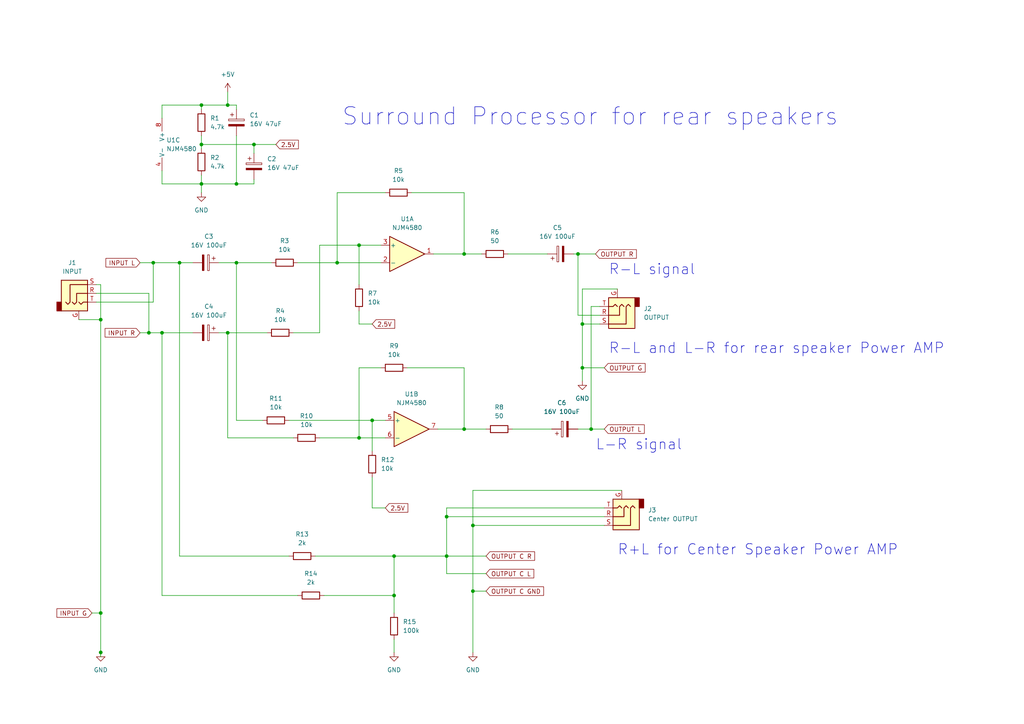
<source format=kicad_sch>
(kicad_sch (version 20230121) (generator eeschema)

  (uuid 6a4dcb89-9c03-4b73-bb0c-b40d5e54df50)

  (paper "A4")

  (lib_symbols
    (symbol "Amplifier_Operational:NJM4580" (pin_names (offset 0.127)) (in_bom yes) (on_board yes)
      (property "Reference" "U" (at 0 5.08 0)
        (effects (font (size 1.27 1.27)) (justify left))
      )
      (property "Value" "NJM4580" (at 0 -5.08 0)
        (effects (font (size 1.27 1.27)) (justify left))
      )
      (property "Footprint" "" (at 0 0 0)
        (effects (font (size 1.27 1.27)) hide)
      )
      (property "Datasheet" "http://www.njr.com/semicon/PDF/NJM4580_E.pdf" (at 0 0 0)
        (effects (font (size 1.27 1.27)) hide)
      )
      (property "ki_locked" "" (at 0 0 0)
        (effects (font (size 1.27 1.27)))
      )
      (property "ki_keywords" "dual opamp" (at 0 0 0)
        (effects (font (size 1.27 1.27)) hide)
      )
      (property "ki_description" "Dual Operational Amplifier, DIP-8/DMP-8/SIP-8/MSOP-8/SOP-8/SSOP-8" (at 0 0 0)
        (effects (font (size 1.27 1.27)) hide)
      )
      (property "ki_fp_filters" "SOIC*3.9x4.9mm*P1.27mm* DIP*W7.62mm* TO*99* OnSemi*Micro8* TSSOP*3x3mm*P0.65mm* TSSOP*4.4x3mm*P0.65mm* MSOP*3x3mm*P0.65mm* SSOP*3.9x4.9mm*P0.635mm* LFCSP*2x2mm*P0.5mm* *SIP* SOIC*5.3x6.2mm*P1.27mm*" (at 0 0 0)
        (effects (font (size 1.27 1.27)) hide)
      )
      (symbol "NJM4580_1_1"
        (polyline
          (pts
            (xy -5.08 5.08)
            (xy 5.08 0)
            (xy -5.08 -5.08)
            (xy -5.08 5.08)
          )
          (stroke (width 0.254) (type default))
          (fill (type background))
        )
        (pin output line (at 7.62 0 180) (length 2.54)
          (name "~" (effects (font (size 1.27 1.27))))
          (number "1" (effects (font (size 1.27 1.27))))
        )
        (pin input line (at -7.62 -2.54 0) (length 2.54)
          (name "-" (effects (font (size 1.27 1.27))))
          (number "2" (effects (font (size 1.27 1.27))))
        )
        (pin input line (at -7.62 2.54 0) (length 2.54)
          (name "+" (effects (font (size 1.27 1.27))))
          (number "3" (effects (font (size 1.27 1.27))))
        )
      )
      (symbol "NJM4580_2_1"
        (polyline
          (pts
            (xy -5.08 5.08)
            (xy 5.08 0)
            (xy -5.08 -5.08)
            (xy -5.08 5.08)
          )
          (stroke (width 0.254) (type default))
          (fill (type background))
        )
        (pin input line (at -7.62 2.54 0) (length 2.54)
          (name "+" (effects (font (size 1.27 1.27))))
          (number "5" (effects (font (size 1.27 1.27))))
        )
        (pin input line (at -7.62 -2.54 0) (length 2.54)
          (name "-" (effects (font (size 1.27 1.27))))
          (number "6" (effects (font (size 1.27 1.27))))
        )
        (pin output line (at 7.62 0 180) (length 2.54)
          (name "~" (effects (font (size 1.27 1.27))))
          (number "7" (effects (font (size 1.27 1.27))))
        )
      )
      (symbol "NJM4580_3_1"
        (pin power_in line (at -2.54 -7.62 90) (length 3.81)
          (name "V-" (effects (font (size 1.27 1.27))))
          (number "4" (effects (font (size 1.27 1.27))))
        )
        (pin power_in line (at -2.54 7.62 270) (length 3.81)
          (name "V+" (effects (font (size 1.27 1.27))))
          (number "8" (effects (font (size 1.27 1.27))))
        )
      )
    )
    (symbol "Connector_Audio:AudioJack3_Ground" (in_bom yes) (on_board yes)
      (property "Reference" "J" (at 0 8.89 0)
        (effects (font (size 1.27 1.27)))
      )
      (property "Value" "AudioJack3_Ground" (at 0 6.35 0)
        (effects (font (size 1.27 1.27)))
      )
      (property "Footprint" "" (at 0 0 0)
        (effects (font (size 1.27 1.27)) hide)
      )
      (property "Datasheet" "~" (at 0 0 0)
        (effects (font (size 1.27 1.27)) hide)
      )
      (property "ki_keywords" "audio jack receptacle stereo headphones phones TRS connector" (at 0 0 0)
        (effects (font (size 1.27 1.27)) hide)
      )
      (property "ki_description" "Audio Jack, 3 Poles (Stereo / TRS), Grounded Sleeve" (at 0 0 0)
        (effects (font (size 1.27 1.27)) hide)
      )
      (property "ki_fp_filters" "Jack*" (at 0 0 0)
        (effects (font (size 1.27 1.27)) hide)
      )
      (symbol "AudioJack3_Ground_0_1"
        (rectangle (start -5.08 -2.54) (end -6.35 -5.08)
          (stroke (width 0.254) (type default))
          (fill (type outline))
        )
        (polyline
          (pts
            (xy 0 -2.54)
            (xy 0.635 -3.175)
            (xy 1.27 -2.54)
            (xy 2.54 -2.54)
          )
          (stroke (width 0.254) (type default))
          (fill (type none))
        )
        (polyline
          (pts
            (xy -1.905 -2.54)
            (xy -1.27 -3.175)
            (xy -0.635 -2.54)
            (xy -0.635 0)
            (xy 2.54 0)
          )
          (stroke (width 0.254) (type default))
          (fill (type none))
        )
        (polyline
          (pts
            (xy 2.54 2.54)
            (xy -2.54 2.54)
            (xy -2.54 -2.54)
            (xy -3.175 -3.175)
            (xy -3.81 -2.54)
          )
          (stroke (width 0.254) (type default))
          (fill (type none))
        )
        (rectangle (start 2.54 3.81) (end -5.08 -5.08)
          (stroke (width 0.254) (type default))
          (fill (type background))
        )
      )
      (symbol "AudioJack3_Ground_1_1"
        (pin passive line (at 0 -7.62 90) (length 2.54)
          (name "~" (effects (font (size 1.27 1.27))))
          (number "G" (effects (font (size 1.27 1.27))))
        )
        (pin passive line (at 5.08 0 180) (length 2.54)
          (name "~" (effects (font (size 1.27 1.27))))
          (number "R" (effects (font (size 1.27 1.27))))
        )
        (pin passive line (at 5.08 2.54 180) (length 2.54)
          (name "~" (effects (font (size 1.27 1.27))))
          (number "S" (effects (font (size 1.27 1.27))))
        )
        (pin passive line (at 5.08 -2.54 180) (length 2.54)
          (name "~" (effects (font (size 1.27 1.27))))
          (number "T" (effects (font (size 1.27 1.27))))
        )
      )
    )
    (symbol "Device:C_Polarized" (pin_numbers hide) (pin_names (offset 0.254)) (in_bom yes) (on_board yes)
      (property "Reference" "C" (at 0.635 2.54 0)
        (effects (font (size 1.27 1.27)) (justify left))
      )
      (property "Value" "C_Polarized" (at 0.635 -2.54 0)
        (effects (font (size 1.27 1.27)) (justify left))
      )
      (property "Footprint" "" (at 0.9652 -3.81 0)
        (effects (font (size 1.27 1.27)) hide)
      )
      (property "Datasheet" "~" (at 0 0 0)
        (effects (font (size 1.27 1.27)) hide)
      )
      (property "ki_keywords" "cap capacitor" (at 0 0 0)
        (effects (font (size 1.27 1.27)) hide)
      )
      (property "ki_description" "Polarized capacitor" (at 0 0 0)
        (effects (font (size 1.27 1.27)) hide)
      )
      (property "ki_fp_filters" "CP_*" (at 0 0 0)
        (effects (font (size 1.27 1.27)) hide)
      )
      (symbol "C_Polarized_0_1"
        (rectangle (start -2.286 0.508) (end 2.286 1.016)
          (stroke (width 0) (type default))
          (fill (type none))
        )
        (polyline
          (pts
            (xy -1.778 2.286)
            (xy -0.762 2.286)
          )
          (stroke (width 0) (type default))
          (fill (type none))
        )
        (polyline
          (pts
            (xy -1.27 2.794)
            (xy -1.27 1.778)
          )
          (stroke (width 0) (type default))
          (fill (type none))
        )
        (rectangle (start 2.286 -0.508) (end -2.286 -1.016)
          (stroke (width 0) (type default))
          (fill (type outline))
        )
      )
      (symbol "C_Polarized_1_1"
        (pin passive line (at 0 3.81 270) (length 2.794)
          (name "~" (effects (font (size 1.27 1.27))))
          (number "1" (effects (font (size 1.27 1.27))))
        )
        (pin passive line (at 0 -3.81 90) (length 2.794)
          (name "~" (effects (font (size 1.27 1.27))))
          (number "2" (effects (font (size 1.27 1.27))))
        )
      )
    )
    (symbol "Device:R" (pin_numbers hide) (pin_names (offset 0)) (in_bom yes) (on_board yes)
      (property "Reference" "R" (at 2.032 0 90)
        (effects (font (size 1.27 1.27)))
      )
      (property "Value" "R" (at 0 0 90)
        (effects (font (size 1.27 1.27)))
      )
      (property "Footprint" "" (at -1.778 0 90)
        (effects (font (size 1.27 1.27)) hide)
      )
      (property "Datasheet" "~" (at 0 0 0)
        (effects (font (size 1.27 1.27)) hide)
      )
      (property "ki_keywords" "R res resistor" (at 0 0 0)
        (effects (font (size 1.27 1.27)) hide)
      )
      (property "ki_description" "Resistor" (at 0 0 0)
        (effects (font (size 1.27 1.27)) hide)
      )
      (property "ki_fp_filters" "R_*" (at 0 0 0)
        (effects (font (size 1.27 1.27)) hide)
      )
      (symbol "R_0_1"
        (rectangle (start -1.016 -2.54) (end 1.016 2.54)
          (stroke (width 0.254) (type default))
          (fill (type none))
        )
      )
      (symbol "R_1_1"
        (pin passive line (at 0 3.81 270) (length 1.27)
          (name "~" (effects (font (size 1.27 1.27))))
          (number "1" (effects (font (size 1.27 1.27))))
        )
        (pin passive line (at 0 -3.81 90) (length 1.27)
          (name "~" (effects (font (size 1.27 1.27))))
          (number "2" (effects (font (size 1.27 1.27))))
        )
      )
    )
    (symbol "power:+5V" (power) (pin_names (offset 0)) (in_bom yes) (on_board yes)
      (property "Reference" "#PWR" (at 0 -3.81 0)
        (effects (font (size 1.27 1.27)) hide)
      )
      (property "Value" "+5V" (at 0 3.556 0)
        (effects (font (size 1.27 1.27)))
      )
      (property "Footprint" "" (at 0 0 0)
        (effects (font (size 1.27 1.27)) hide)
      )
      (property "Datasheet" "" (at 0 0 0)
        (effects (font (size 1.27 1.27)) hide)
      )
      (property "ki_keywords" "global power" (at 0 0 0)
        (effects (font (size 1.27 1.27)) hide)
      )
      (property "ki_description" "Power symbol creates a global label with name \"+5V\"" (at 0 0 0)
        (effects (font (size 1.27 1.27)) hide)
      )
      (symbol "+5V_0_1"
        (polyline
          (pts
            (xy -0.762 1.27)
            (xy 0 2.54)
          )
          (stroke (width 0) (type default))
          (fill (type none))
        )
        (polyline
          (pts
            (xy 0 0)
            (xy 0 2.54)
          )
          (stroke (width 0) (type default))
          (fill (type none))
        )
        (polyline
          (pts
            (xy 0 2.54)
            (xy 0.762 1.27)
          )
          (stroke (width 0) (type default))
          (fill (type none))
        )
      )
      (symbol "+5V_1_1"
        (pin power_in line (at 0 0 90) (length 0) hide
          (name "+5V" (effects (font (size 1.27 1.27))))
          (number "1" (effects (font (size 1.27 1.27))))
        )
      )
    )
    (symbol "power:GND" (power) (pin_names (offset 0)) (in_bom yes) (on_board yes)
      (property "Reference" "#PWR" (at 0 -6.35 0)
        (effects (font (size 1.27 1.27)) hide)
      )
      (property "Value" "GND" (at 0 -3.81 0)
        (effects (font (size 1.27 1.27)))
      )
      (property "Footprint" "" (at 0 0 0)
        (effects (font (size 1.27 1.27)) hide)
      )
      (property "Datasheet" "" (at 0 0 0)
        (effects (font (size 1.27 1.27)) hide)
      )
      (property "ki_keywords" "global power" (at 0 0 0)
        (effects (font (size 1.27 1.27)) hide)
      )
      (property "ki_description" "Power symbol creates a global label with name \"GND\" , ground" (at 0 0 0)
        (effects (font (size 1.27 1.27)) hide)
      )
      (symbol "GND_0_1"
        (polyline
          (pts
            (xy 0 0)
            (xy 0 -1.27)
            (xy 1.27 -1.27)
            (xy 0 -2.54)
            (xy -1.27 -1.27)
            (xy 0 -1.27)
          )
          (stroke (width 0) (type default))
          (fill (type none))
        )
      )
      (symbol "GND_1_1"
        (pin power_in line (at 0 0 270) (length 0) hide
          (name "GND" (effects (font (size 1.27 1.27))))
          (number "1" (effects (font (size 1.27 1.27))))
        )
      )
    )
  )

  (junction (at 137.16 152.4) (diameter 0) (color 0 0 0 0)
    (uuid 048538d1-de9c-4fd6-8b78-3204d8399ce1)
  )
  (junction (at 114.3 172.72) (diameter 0) (color 0 0 0 0)
    (uuid 0bd480c4-4a24-4c77-9d93-d8055d4d987d)
  )
  (junction (at 44.45 76.2) (diameter 0) (color 0 0 0 0)
    (uuid 0c279044-a0dc-4d3a-89d0-f89129676c2b)
  )
  (junction (at 97.79 76.2) (diameter 0) (color 0 0 0 0)
    (uuid 170de87f-6b67-4f0c-ac20-bc3591a7bae5)
  )
  (junction (at 68.58 53.34) (diameter 0) (color 0 0 0 0)
    (uuid 1c14360c-6ab8-4671-8550-9ad9e72b9454)
  )
  (junction (at 29.21 177.8) (diameter 0) (color 0 0 0 0)
    (uuid 1ecd236e-bdd1-4efa-9a45-e679cefa0cef)
  )
  (junction (at 107.95 121.92) (diameter 0) (color 0 0 0 0)
    (uuid 39f71e62-b967-4dfd-ab43-59dd9661e31c)
  )
  (junction (at 29.21 92.71) (diameter 0) (color 0 0 0 0)
    (uuid 3dbcf3bb-9c0f-4637-9d56-b3789973a921)
  )
  (junction (at 29.21 189.23) (diameter 0) (color 0 0 0 0)
    (uuid 3df1809a-5ce9-41e4-bf0a-d9ac2d453598)
  )
  (junction (at 129.54 161.29) (diameter 0) (color 0 0 0 0)
    (uuid 491c619a-02e6-4239-b0e2-5b8a5526d933)
  )
  (junction (at 134.62 73.66) (diameter 0) (color 0 0 0 0)
    (uuid 4a145863-c11a-4559-b0df-796b4de03124)
  )
  (junction (at 43.18 96.52) (diameter 0) (color 0 0 0 0)
    (uuid 55619609-de6a-4b34-9bec-9bc1bc413539)
  )
  (junction (at 58.42 41.91) (diameter 0) (color 0 0 0 0)
    (uuid 56ca45f9-e1b3-42dc-ab5f-79e48f3267bd)
  )
  (junction (at 66.04 30.48) (diameter 0) (color 0 0 0 0)
    (uuid 5b397902-c27d-4a28-aef5-201f9f148636)
  )
  (junction (at 52.07 76.2) (diameter 0) (color 0 0 0 0)
    (uuid 61529901-09fc-4c65-b13e-bf1b2621079e)
  )
  (junction (at 66.04 96.52) (diameter 0) (color 0 0 0 0)
    (uuid 7d5ec13f-f16e-45e4-8154-b6477784c32d)
  )
  (junction (at 168.91 106.68) (diameter 0) (color 0 0 0 0)
    (uuid 8b562824-81be-4444-bf17-f22a2a324b19)
  )
  (junction (at 171.45 124.46) (diameter 0) (color 0 0 0 0)
    (uuid 95d0457e-c6a8-4215-b524-125d63756fbd)
  )
  (junction (at 114.3 161.29) (diameter 0) (color 0 0 0 0)
    (uuid a8f04fcf-bc73-466c-8a7e-c023318148a2)
  )
  (junction (at 168.91 93.98) (diameter 0) (color 0 0 0 0)
    (uuid ab34fe94-0b24-422f-bd32-758917feccae)
  )
  (junction (at 104.14 127) (diameter 0) (color 0 0 0 0)
    (uuid ae32fdd5-fe82-46bd-9f7a-54bafe582de8)
  )
  (junction (at 134.62 124.46) (diameter 0) (color 0 0 0 0)
    (uuid b0aa46d4-a133-4e52-9193-e823d389bdaa)
  )
  (junction (at 167.64 73.66) (diameter 0) (color 0 0 0 0)
    (uuid b80a8139-3918-4c7e-9e97-4ef93ec0ab81)
  )
  (junction (at 58.42 30.48) (diameter 0) (color 0 0 0 0)
    (uuid bff7f997-a26e-4e10-91ed-25ab573cfd36)
  )
  (junction (at 137.16 171.45) (diameter 0) (color 0 0 0 0)
    (uuid d66f81db-dd6c-43e4-a170-0c2a696a5006)
  )
  (junction (at 73.66 41.91) (diameter 0) (color 0 0 0 0)
    (uuid ea6a2075-d521-4635-ab58-758245f50760)
  )
  (junction (at 104.14 71.12) (diameter 0) (color 0 0 0 0)
    (uuid eb4c09b8-a5ab-4846-ba97-951522fc5a22)
  )
  (junction (at 129.54 149.86) (diameter 0) (color 0 0 0 0)
    (uuid f41ce25f-1886-488b-87ec-1e7bac1bc708)
  )
  (junction (at 46.99 96.52) (diameter 0) (color 0 0 0 0)
    (uuid f6d9e3cf-4e43-44b9-b666-1a72a936581d)
  )
  (junction (at 58.42 53.34) (diameter 0) (color 0 0 0 0)
    (uuid f7cc51b1-907b-429b-8529-638a90e6fc03)
  )
  (junction (at 68.58 76.2) (diameter 0) (color 0 0 0 0)
    (uuid fbcb7ae9-78ff-4a66-a867-4a6a609391b0)
  )

  (wire (pts (xy 129.54 149.86) (xy 129.54 147.32))
    (stroke (width 0) (type default))
    (uuid 004e13ce-79b1-418f-b399-a2e22aee1e38)
  )
  (wire (pts (xy 83.82 121.92) (xy 107.95 121.92))
    (stroke (width 0) (type default))
    (uuid 01680c98-98fa-4631-a779-83edd6b620e5)
  )
  (wire (pts (xy 58.42 31.75) (xy 58.42 30.48))
    (stroke (width 0) (type default))
    (uuid 09c7de98-a0c7-41c0-bde2-16e0a9f3bb34)
  )
  (wire (pts (xy 167.64 124.46) (xy 171.45 124.46))
    (stroke (width 0) (type default))
    (uuid 0c6869c5-7bbf-4d47-a963-c2a8494235fd)
  )
  (wire (pts (xy 93.98 172.72) (xy 114.3 172.72))
    (stroke (width 0) (type default))
    (uuid 1062709b-32f7-4a5a-b7b3-f7dde5c7e33f)
  )
  (wire (pts (xy 137.16 171.45) (xy 140.97 171.45))
    (stroke (width 0) (type default))
    (uuid 111f3afe-b16a-4b93-945c-1ec02a9714bd)
  )
  (wire (pts (xy 27.94 87.63) (xy 44.45 87.63))
    (stroke (width 0) (type default))
    (uuid 16737495-2f8d-44ef-bb6e-6756827c0822)
  )
  (wire (pts (xy 114.3 161.29) (xy 114.3 172.72))
    (stroke (width 0) (type default))
    (uuid 18fbf4aa-b254-47cf-85b8-576ec8fd6530)
  )
  (wire (pts (xy 68.58 76.2) (xy 78.74 76.2))
    (stroke (width 0) (type default))
    (uuid 196b97c1-e9e5-404b-843c-eeaddc673c60)
  )
  (wire (pts (xy 137.16 152.4) (xy 137.16 171.45))
    (stroke (width 0) (type default))
    (uuid 1a6431e9-462a-4811-bb7b-a152f76df8f5)
  )
  (wire (pts (xy 171.45 88.9) (xy 171.45 124.46))
    (stroke (width 0) (type default))
    (uuid 1aa219bc-6247-4bd1-a872-e0a6d855037a)
  )
  (wire (pts (xy 52.07 76.2) (xy 55.88 76.2))
    (stroke (width 0) (type default))
    (uuid 1b8b3d57-53ea-4df0-a5de-b50ad94fa3ba)
  )
  (wire (pts (xy 58.42 50.8) (xy 58.42 53.34))
    (stroke (width 0) (type default))
    (uuid 1b945496-87b2-4123-9f7a-4932f57d9948)
  )
  (wire (pts (xy 44.45 76.2) (xy 44.45 87.63))
    (stroke (width 0) (type default))
    (uuid 2032fcfd-e196-45a9-978d-d0a0f727e754)
  )
  (wire (pts (xy 43.18 96.52) (xy 46.99 96.52))
    (stroke (width 0) (type default))
    (uuid 209195cd-1ae7-4de4-a69a-66b231c330ff)
  )
  (wire (pts (xy 107.95 138.43) (xy 107.95 147.32))
    (stroke (width 0) (type default))
    (uuid 22ab1214-2cf3-4c7b-963e-200bbaa9a14f)
  )
  (wire (pts (xy 68.58 121.92) (xy 76.2 121.92))
    (stroke (width 0) (type default))
    (uuid 29992205-bff3-4776-a436-f9c01e2e1b7f)
  )
  (wire (pts (xy 104.14 106.68) (xy 104.14 127))
    (stroke (width 0) (type default))
    (uuid 2cbd485e-2ca0-4aa9-8f66-623f24e3e979)
  )
  (wire (pts (xy 104.14 106.68) (xy 110.49 106.68))
    (stroke (width 0) (type default))
    (uuid 2de385ae-a0a7-4d0e-a8a3-4e7f2e8b84ba)
  )
  (wire (pts (xy 111.76 55.88) (xy 97.79 55.88))
    (stroke (width 0) (type default))
    (uuid 2e3bd01b-53d6-4ff5-88ae-edb1f4d4dac8)
  )
  (wire (pts (xy 104.14 90.17) (xy 104.14 93.98))
    (stroke (width 0) (type default))
    (uuid 31c176f5-1697-45ff-9beb-72db01d0aec7)
  )
  (wire (pts (xy 127 124.46) (xy 134.62 124.46))
    (stroke (width 0) (type default))
    (uuid 377805ac-e4c6-4e10-9094-27b794ed52bc)
  )
  (wire (pts (xy 46.99 96.52) (xy 46.99 172.72))
    (stroke (width 0) (type default))
    (uuid 40da5243-e971-491d-8a76-dc5deafcc90f)
  )
  (wire (pts (xy 68.58 76.2) (xy 68.58 121.92))
    (stroke (width 0) (type default))
    (uuid 42413358-9836-4d00-97ad-11153839866b)
  )
  (wire (pts (xy 58.42 53.34) (xy 58.42 55.88))
    (stroke (width 0) (type default))
    (uuid 4658cdb9-ac12-493c-b7d1-37bf50b79449)
  )
  (wire (pts (xy 58.42 53.34) (xy 46.99 53.34))
    (stroke (width 0) (type default))
    (uuid 47d87f1a-42c3-4784-9304-e5b783e9667f)
  )
  (wire (pts (xy 29.21 92.71) (xy 29.21 177.8))
    (stroke (width 0) (type default))
    (uuid 4d3fa627-b10c-4b3f-b7f2-033dacc5c42a)
  )
  (wire (pts (xy 66.04 127) (xy 85.09 127))
    (stroke (width 0) (type default))
    (uuid 4da7b9fb-91c3-486c-bf32-6457441aee31)
  )
  (wire (pts (xy 29.21 82.55) (xy 29.21 92.71))
    (stroke (width 0) (type default))
    (uuid 5075bc4f-643c-4a48-aead-cbf871c7982f)
  )
  (wire (pts (xy 46.99 172.72) (xy 86.36 172.72))
    (stroke (width 0) (type default))
    (uuid 50a1e997-3c45-4c45-ae9c-d48c5c87e4e3)
  )
  (wire (pts (xy 171.45 124.46) (xy 175.26 124.46))
    (stroke (width 0) (type default))
    (uuid 50c2695f-4959-4dd9-af3e-4bf82b37d605)
  )
  (wire (pts (xy 104.14 127) (xy 111.76 127))
    (stroke (width 0) (type default))
    (uuid 50d79515-1e1e-4587-8f8e-97f8c4e75a1e)
  )
  (wire (pts (xy 107.95 121.92) (xy 111.76 121.92))
    (stroke (width 0) (type default))
    (uuid 5183c234-8e4b-498c-9df2-1805b5e1473d)
  )
  (wire (pts (xy 68.58 31.75) (xy 68.58 30.48))
    (stroke (width 0) (type default))
    (uuid 5336b9f2-5d43-4620-897c-612da07a43c7)
  )
  (wire (pts (xy 46.99 30.48) (xy 46.99 34.29))
    (stroke (width 0) (type default))
    (uuid 538c14f6-f9db-4178-b6dd-f32e377bb8e7)
  )
  (wire (pts (xy 180.34 142.24) (xy 137.16 142.24))
    (stroke (width 0) (type default))
    (uuid 57b6ab34-506f-4ddc-89d9-f5c5fe37fe2a)
  )
  (wire (pts (xy 118.11 106.68) (xy 134.62 106.68))
    (stroke (width 0) (type default))
    (uuid 5a23fc3e-13fb-4516-b47d-b5f190b1ec10)
  )
  (wire (pts (xy 114.3 172.72) (xy 114.3 177.8))
    (stroke (width 0) (type default))
    (uuid 5d6e10bd-6972-4cb5-8e74-da89b0c33ee4)
  )
  (wire (pts (xy 92.71 71.12) (xy 104.14 71.12))
    (stroke (width 0) (type default))
    (uuid 5de7fe78-aba8-463b-a8ed-e4556e67e1a0)
  )
  (wire (pts (xy 167.64 73.66) (xy 172.72 73.66))
    (stroke (width 0) (type default))
    (uuid 5efe48c3-b4d8-40f6-941c-24ac234a6c85)
  )
  (wire (pts (xy 26.67 177.8) (xy 29.21 177.8))
    (stroke (width 0) (type default))
    (uuid 60b82ead-6ae8-4570-9d4d-4369b365c9f9)
  )
  (wire (pts (xy 58.42 41.91) (xy 73.66 41.91))
    (stroke (width 0) (type default))
    (uuid 62a52b6d-1890-459c-89a4-fc527412ffeb)
  )
  (wire (pts (xy 66.04 26.67) (xy 66.04 30.48))
    (stroke (width 0) (type default))
    (uuid 63052e79-f9dd-4364-844a-aebeb4ccfb91)
  )
  (wire (pts (xy 63.5 96.52) (xy 66.04 96.52))
    (stroke (width 0) (type default))
    (uuid 63258752-fe05-46be-ab15-f56fb09e9a6a)
  )
  (wire (pts (xy 107.95 130.81) (xy 107.95 121.92))
    (stroke (width 0) (type default))
    (uuid 638c5e7e-7f02-4604-bf75-b3af0cc978c2)
  )
  (wire (pts (xy 134.62 124.46) (xy 140.97 124.46))
    (stroke (width 0) (type default))
    (uuid 63a4695e-e0c8-4c64-8a23-dd4b31ae7ca6)
  )
  (wire (pts (xy 97.79 76.2) (xy 110.49 76.2))
    (stroke (width 0) (type default))
    (uuid 657452ae-969f-40f5-b2f7-29672249316d)
  )
  (wire (pts (xy 147.32 73.66) (xy 158.75 73.66))
    (stroke (width 0) (type default))
    (uuid 694bb584-0e9f-4a02-ad0d-a6a0936a83c1)
  )
  (wire (pts (xy 104.14 93.98) (xy 107.95 93.98))
    (stroke (width 0) (type default))
    (uuid 6beb699b-88d3-42fa-8c76-ce3253da1313)
  )
  (wire (pts (xy 27.94 85.09) (xy 43.18 85.09))
    (stroke (width 0) (type default))
    (uuid 6d0b2185-7735-49d2-94b2-b1662cd072c0)
  )
  (wire (pts (xy 129.54 149.86) (xy 129.54 161.29))
    (stroke (width 0) (type default))
    (uuid 6d4f9059-863c-46ea-b30c-540f4ea086a6)
  )
  (wire (pts (xy 29.21 190.5) (xy 29.21 189.23))
    (stroke (width 0) (type default))
    (uuid 6fe03abb-a914-41db-b74e-d586ea579c08)
  )
  (wire (pts (xy 137.16 152.4) (xy 175.26 152.4))
    (stroke (width 0) (type default))
    (uuid 727a86d1-2c4c-4647-89a9-0b71d7b259a3)
  )
  (wire (pts (xy 58.42 30.48) (xy 66.04 30.48))
    (stroke (width 0) (type default))
    (uuid 77841ce8-67ff-4150-b2c4-c67f6c0ef308)
  )
  (wire (pts (xy 168.91 93.98) (xy 168.91 106.68))
    (stroke (width 0) (type default))
    (uuid 79039bf0-c7e5-41fa-b608-06e829575712)
  )
  (wire (pts (xy 134.62 73.66) (xy 139.7 73.66))
    (stroke (width 0) (type default))
    (uuid 7af35cfe-d9c1-4332-8f62-150b2026497a)
  )
  (wire (pts (xy 129.54 161.29) (xy 129.54 166.37))
    (stroke (width 0) (type default))
    (uuid 7d08b3d5-8d01-403d-a58b-da916f31574f)
  )
  (wire (pts (xy 137.16 142.24) (xy 137.16 152.4))
    (stroke (width 0) (type default))
    (uuid 7d970daf-8cbf-419e-a460-090e8051a57a)
  )
  (wire (pts (xy 114.3 161.29) (xy 129.54 161.29))
    (stroke (width 0) (type default))
    (uuid 7f6db099-7fc1-4702-b1c5-8e2a73bfdae0)
  )
  (wire (pts (xy 137.16 171.45) (xy 137.16 189.23))
    (stroke (width 0) (type default))
    (uuid 8adb8248-5c35-472c-87eb-6cc7203877a6)
  )
  (wire (pts (xy 66.04 96.52) (xy 66.04 127))
    (stroke (width 0) (type default))
    (uuid 8b34f6ae-4be0-4691-ada8-069b15902929)
  )
  (wire (pts (xy 129.54 149.86) (xy 175.26 149.86))
    (stroke (width 0) (type default))
    (uuid 8c425989-25c6-4d4f-b055-204589fb9945)
  )
  (wire (pts (xy 58.42 41.91) (xy 58.42 43.18))
    (stroke (width 0) (type default))
    (uuid 8ce57997-b37e-42ac-8020-e7d57e5ba99c)
  )
  (wire (pts (xy 114.3 185.42) (xy 114.3 189.23))
    (stroke (width 0) (type default))
    (uuid 8fc40915-fdd0-470b-ae37-0b58ec9c7e7c)
  )
  (wire (pts (xy 86.36 76.2) (xy 97.79 76.2))
    (stroke (width 0) (type default))
    (uuid 916c9557-b944-4ab4-9b7b-c39b4a3e5d3a)
  )
  (wire (pts (xy 22.86 92.71) (xy 29.21 92.71))
    (stroke (width 0) (type default))
    (uuid 948f9dea-4f22-4225-a978-bc665f874f81)
  )
  (wire (pts (xy 173.99 91.44) (xy 167.64 91.44))
    (stroke (width 0) (type default))
    (uuid 98c5c115-c0a3-4ae8-b53b-5035480615cc)
  )
  (wire (pts (xy 179.07 83.82) (xy 168.91 83.82))
    (stroke (width 0) (type default))
    (uuid 99f00c9a-d7c4-44fd-b2eb-4ad03fdca8d7)
  )
  (wire (pts (xy 58.42 53.34) (xy 68.58 53.34))
    (stroke (width 0) (type default))
    (uuid 9dca1933-ca62-4026-8b35-c7fa9b002875)
  )
  (wire (pts (xy 125.73 73.66) (xy 134.62 73.66))
    (stroke (width 0) (type default))
    (uuid a01335b6-bbee-4ecb-9b36-2e733245a606)
  )
  (wire (pts (xy 29.21 177.8) (xy 29.21 189.23))
    (stroke (width 0) (type default))
    (uuid a25655a2-c74d-467a-adc3-ae4d6d2937b8)
  )
  (wire (pts (xy 58.42 30.48) (xy 46.99 30.48))
    (stroke (width 0) (type default))
    (uuid a4baea03-ca38-4dee-8143-c43c9bdf4997)
  )
  (wire (pts (xy 173.99 93.98) (xy 168.91 93.98))
    (stroke (width 0) (type default))
    (uuid a4e88723-c7e1-40e3-9bee-cb71a3fce624)
  )
  (wire (pts (xy 63.5 76.2) (xy 68.58 76.2))
    (stroke (width 0) (type default))
    (uuid a781883b-8480-4a6a-8eb7-d94c4d038e4e)
  )
  (wire (pts (xy 168.91 106.68) (xy 168.91 110.49))
    (stroke (width 0) (type default))
    (uuid aa534507-ab5f-434b-87e3-033dd2596487)
  )
  (wire (pts (xy 148.59 124.46) (xy 160.02 124.46))
    (stroke (width 0) (type default))
    (uuid ab605c7c-470b-4366-b72f-f7c0d3c46203)
  )
  (wire (pts (xy 40.64 76.2) (xy 44.45 76.2))
    (stroke (width 0) (type default))
    (uuid adb04c91-d4de-4b44-8bca-ef777238694e)
  )
  (wire (pts (xy 73.66 41.91) (xy 80.01 41.91))
    (stroke (width 0) (type default))
    (uuid ae530fe0-01f2-4cf5-81b1-b6d84f30de1b)
  )
  (wire (pts (xy 91.44 161.29) (xy 114.3 161.29))
    (stroke (width 0) (type default))
    (uuid b27ce5c2-6d11-41a1-9d3e-87f864a61814)
  )
  (wire (pts (xy 52.07 76.2) (xy 52.07 161.29))
    (stroke (width 0) (type default))
    (uuid b3f7be8a-9e9e-4b62-9308-347373889cf5)
  )
  (wire (pts (xy 68.58 53.34) (xy 73.66 53.34))
    (stroke (width 0) (type default))
    (uuid b82c32e0-17c1-44ea-ac31-4e1495f912e1)
  )
  (wire (pts (xy 68.58 30.48) (xy 66.04 30.48))
    (stroke (width 0) (type default))
    (uuid b875dd4b-e8b1-4b92-ad58-d31b6fcfb507)
  )
  (wire (pts (xy 129.54 161.29) (xy 140.97 161.29))
    (stroke (width 0) (type default))
    (uuid ba8b4a61-c2f8-47b1-bb76-79ba9980901c)
  )
  (wire (pts (xy 173.99 88.9) (xy 171.45 88.9))
    (stroke (width 0) (type default))
    (uuid be94e23f-73b5-4e12-90dc-f276bb8351fe)
  )
  (wire (pts (xy 73.66 52.07) (xy 73.66 53.34))
    (stroke (width 0) (type default))
    (uuid c2d9c404-714c-4603-aa73-fc7eb5b8550d)
  )
  (wire (pts (xy 104.14 71.12) (xy 110.49 71.12))
    (stroke (width 0) (type default))
    (uuid c52cb013-c647-44ab-aa08-eeea2afda03d)
  )
  (wire (pts (xy 129.54 147.32) (xy 175.26 147.32))
    (stroke (width 0) (type default))
    (uuid c65b51ba-3b69-4315-aeb7-204a6f5f1b45)
  )
  (wire (pts (xy 40.64 96.52) (xy 43.18 96.52))
    (stroke (width 0) (type default))
    (uuid c8b30446-8c1e-4df1-a599-5ba8c14709c9)
  )
  (wire (pts (xy 92.71 127) (xy 104.14 127))
    (stroke (width 0) (type default))
    (uuid cca59345-db1c-4556-9581-9ac0d97ad315)
  )
  (wire (pts (xy 119.38 55.88) (xy 134.62 55.88))
    (stroke (width 0) (type default))
    (uuid cd10de90-c7cb-4f87-beb5-21b415f7521d)
  )
  (wire (pts (xy 52.07 161.29) (xy 83.82 161.29))
    (stroke (width 0) (type default))
    (uuid cf9a65cf-8395-485c-bd1d-ca28e6927c46)
  )
  (wire (pts (xy 168.91 106.68) (xy 175.26 106.68))
    (stroke (width 0) (type default))
    (uuid d07ddce7-805e-4695-b6cc-9fb5822b78bd)
  )
  (wire (pts (xy 58.42 39.37) (xy 58.42 41.91))
    (stroke (width 0) (type default))
    (uuid d1081b5f-db38-4b23-acf4-570d93b79c1c)
  )
  (wire (pts (xy 43.18 85.09) (xy 43.18 96.52))
    (stroke (width 0) (type default))
    (uuid d3113d50-22c1-49cd-83d6-e8bb4347c862)
  )
  (wire (pts (xy 68.58 39.37) (xy 68.58 53.34))
    (stroke (width 0) (type default))
    (uuid d386370e-0e67-4bf7-89cb-9124866b97ea)
  )
  (wire (pts (xy 168.91 83.82) (xy 168.91 93.98))
    (stroke (width 0) (type default))
    (uuid d50adb58-6849-4b67-b6c5-d487766cb4ff)
  )
  (wire (pts (xy 134.62 106.68) (xy 134.62 124.46))
    (stroke (width 0) (type default))
    (uuid d64a09ff-fdd4-426a-9e80-454043896c61)
  )
  (wire (pts (xy 46.99 49.53) (xy 46.99 53.34))
    (stroke (width 0) (type default))
    (uuid dbbf653a-63ef-408d-9cdb-c416b950bcc5)
  )
  (wire (pts (xy 27.94 82.55) (xy 29.21 82.55))
    (stroke (width 0) (type default))
    (uuid dc07ce0b-13c9-4485-8c4b-cd6267a624cd)
  )
  (wire (pts (xy 66.04 96.52) (xy 77.47 96.52))
    (stroke (width 0) (type default))
    (uuid dfa8937e-7b77-44ec-afbc-37862b2f2fd6)
  )
  (wire (pts (xy 107.95 147.32) (xy 111.76 147.32))
    (stroke (width 0) (type default))
    (uuid e0e30b6f-bfe0-4939-af66-a125f87ad3c1)
  )
  (wire (pts (xy 129.54 166.37) (xy 140.97 166.37))
    (stroke (width 0) (type default))
    (uuid e6fd962b-0f7f-4a18-b605-84c79603991a)
  )
  (wire (pts (xy 92.71 71.12) (xy 92.71 96.52))
    (stroke (width 0) (type default))
    (uuid ea50f9de-a7f2-40d0-b22d-b393a1603b03)
  )
  (wire (pts (xy 166.37 73.66) (xy 167.64 73.66))
    (stroke (width 0) (type default))
    (uuid ec2b2fa9-febf-46b8-9073-9fd77143c3f1)
  )
  (wire (pts (xy 46.99 96.52) (xy 55.88 96.52))
    (stroke (width 0) (type default))
    (uuid edf28fac-950b-4e15-b708-f0ae9130c0b7)
  )
  (wire (pts (xy 97.79 55.88) (xy 97.79 76.2))
    (stroke (width 0) (type default))
    (uuid ee59f245-c4d9-4afa-a71a-f85484c5d94b)
  )
  (wire (pts (xy 44.45 76.2) (xy 52.07 76.2))
    (stroke (width 0) (type default))
    (uuid f4f7af77-5db2-4099-9964-902634715fa5)
  )
  (wire (pts (xy 167.64 73.66) (xy 167.64 91.44))
    (stroke (width 0) (type default))
    (uuid f8394eed-1f6b-44c6-b7a1-47c757487057)
  )
  (wire (pts (xy 104.14 71.12) (xy 104.14 82.55))
    (stroke (width 0) (type default))
    (uuid f9e66b23-804c-4d61-866a-2e1650d6c7ec)
  )
  (wire (pts (xy 73.66 41.91) (xy 73.66 44.45))
    (stroke (width 0) (type default))
    (uuid fbe06b3e-ffe0-4f3a-90ed-2ef87ba118d5)
  )
  (wire (pts (xy 85.09 96.52) (xy 92.71 96.52))
    (stroke (width 0) (type default))
    (uuid fe56e768-c572-4cd0-8942-e3466f849da5)
  )
  (wire (pts (xy 134.62 55.88) (xy 134.62 73.66))
    (stroke (width 0) (type default))
    (uuid ffed840e-26f7-42c8-a8b6-99eccea02d69)
  )

  (text "R-L and L-R for rear speaker Power AMP" (at 176.53 102.87 0)
    (effects (font (size 3 3)) (justify left bottom))
    (uuid 0059dc98-143b-4e53-ae76-0d417119cc1a)
  )
  (text "R+L for Center Speaker Power AMP\n" (at 179.07 161.29 0)
    (effects (font (size 3 3)) (justify left bottom))
    (uuid 33d43bc0-5265-4933-bbd5-3c0eca9f6153)
  )
  (text "L-R signal" (at 172.72 130.81 0)
    (effects (font (size 3 3)) (justify left bottom))
    (uuid 529375b2-f655-4c2f-ba83-48045bc007b4)
  )
  (text "Surround Processor for rear speakers" (at 99.06 36.83 0)
    (effects (font (size 5 5)) (justify left bottom))
    (uuid 80484fc6-d2e6-4a8d-951f-577962300945)
  )
  (text "R-L signal" (at 176.53 80.01 0)
    (effects (font (size 3 3)) (justify left bottom))
    (uuid e318e476-2177-4e7d-abe2-dddc50216ed0)
  )

  (global_label "2.5V" (shape input) (at 80.01 41.91 0) (fields_autoplaced)
    (effects (font (size 1.27 1.27)) (justify left))
    (uuid 0f6b1af6-0924-416d-9c97-46dcd92eac16)
    (property "Intersheetrefs" "${INTERSHEET_REFS}" (at 87.1076 41.91 0)
      (effects (font (size 1.27 1.27)) (justify left) hide)
    )
  )
  (global_label "INPUT G" (shape input) (at 26.67 177.8 180) (fields_autoplaced)
    (effects (font (size 1.27 1.27)) (justify right))
    (uuid 1934c846-82a0-4dc0-b0d6-03abb68be521)
    (property "Intersheetrefs" "${INTERSHEET_REFS}" (at 15.9438 177.8 0)
      (effects (font (size 1.27 1.27)) (justify right) hide)
    )
  )
  (global_label "2.5V" (shape input) (at 107.95 93.98 0) (fields_autoplaced)
    (effects (font (size 1.27 1.27)) (justify left))
    (uuid 1cc48c59-b58e-4c8c-b273-77e10fab6b27)
    (property "Intersheetrefs" "${INTERSHEET_REFS}" (at 115.0476 93.98 0)
      (effects (font (size 1.27 1.27)) (justify left) hide)
    )
  )
  (global_label "INPUT L" (shape input) (at 40.64 76.2 180) (fields_autoplaced)
    (effects (font (size 1.27 1.27)) (justify right))
    (uuid 28954dfc-1db1-4641-98c3-29616e4de184)
    (property "Intersheetrefs" "${INTERSHEET_REFS}" (at 30.1557 76.2 0)
      (effects (font (size 1.27 1.27)) (justify right) hide)
    )
  )
  (global_label "INPUT R" (shape input) (at 40.64 96.52 180) (fields_autoplaced)
    (effects (font (size 1.27 1.27)) (justify right))
    (uuid 28af8cc6-aace-4c3f-9d4a-76acc76aa7c5)
    (property "Intersheetrefs" "${INTERSHEET_REFS}" (at 29.9138 96.52 0)
      (effects (font (size 1.27 1.27)) (justify right) hide)
    )
  )
  (global_label "OUTPUT L" (shape input) (at 175.26 124.46 0) (fields_autoplaced)
    (effects (font (size 1.27 1.27)) (justify left))
    (uuid 3254ebeb-2a0d-41d4-b2ed-bd4a03ecbb55)
    (property "Intersheetrefs" "${INTERSHEET_REFS}" (at 187.4376 124.46 0)
      (effects (font (size 1.27 1.27)) (justify left) hide)
    )
  )
  (global_label "OUTPUT G" (shape input) (at 175.26 106.68 0) (fields_autoplaced)
    (effects (font (size 1.27 1.27)) (justify left))
    (uuid 5f863f27-1fca-4141-88c8-e0c04e268a84)
    (property "Intersheetrefs" "${INTERSHEET_REFS}" (at 187.6795 106.68 0)
      (effects (font (size 1.27 1.27)) (justify left) hide)
    )
  )
  (global_label "OUTPUT C L" (shape input) (at 140.97 166.37 0) (fields_autoplaced)
    (effects (font (size 1.27 1.27)) (justify left))
    (uuid 86825af5-adb8-4ed8-a838-a9d7e2d4a8ab)
    (property "Intersheetrefs" "${INTERSHEET_REFS}" (at 155.3852 166.37 0)
      (effects (font (size 1.27 1.27)) (justify left) hide)
    )
  )
  (global_label "2.5V" (shape input) (at 111.76 147.32 0) (fields_autoplaced)
    (effects (font (size 1.27 1.27)) (justify left))
    (uuid b58dcbf9-8541-456a-bb00-8d4dc2865571)
    (property "Intersheetrefs" "${INTERSHEET_REFS}" (at 118.8576 147.32 0)
      (effects (font (size 1.27 1.27)) (justify left) hide)
    )
  )
  (global_label "OUTPUT C GND" (shape input) (at 140.97 171.45 0) (fields_autoplaced)
    (effects (font (size 1.27 1.27)) (justify left))
    (uuid e0145cdf-5138-4dd4-a6d0-240d8d6eaba2)
    (property "Intersheetrefs" "${INTERSHEET_REFS}" (at 158.2276 171.45 0)
      (effects (font (size 1.27 1.27)) (justify left) hide)
    )
  )
  (global_label "OUTPUT C R" (shape input) (at 140.97 161.29 0) (fields_autoplaced)
    (effects (font (size 1.27 1.27)) (justify left))
    (uuid e3c3533a-5c66-4c72-a296-77c3390bee21)
    (property "Intersheetrefs" "${INTERSHEET_REFS}" (at 155.6271 161.29 0)
      (effects (font (size 1.27 1.27)) (justify left) hide)
    )
  )
  (global_label "OUTPUT R" (shape input) (at 172.72 73.66 0) (fields_autoplaced)
    (effects (font (size 1.27 1.27)) (justify left))
    (uuid f4f02bfb-5e75-4822-9924-ef309f8ccf70)
    (property "Intersheetrefs" "${INTERSHEET_REFS}" (at 185.1395 73.66 0)
      (effects (font (size 1.27 1.27)) (justify left) hide)
    )
  )

  (symbol (lib_id "Device:C_Polarized") (at 59.69 76.2 270) (unit 1)
    (in_bom yes) (on_board yes) (dnp no) (fields_autoplaced)
    (uuid 0b3ef7b8-df4c-4b6c-8d65-2cb38a97a317)
    (property "Reference" "C3" (at 60.579 68.58 90)
      (effects (font (size 1.27 1.27)))
    )
    (property "Value" "16V 100uF" (at 60.579 71.12 90)
      (effects (font (size 1.27 1.27)))
    )
    (property "Footprint" "" (at 55.88 77.1652 0)
      (effects (font (size 1.27 1.27)) hide)
    )
    (property "Datasheet" "~" (at 59.69 76.2 0)
      (effects (font (size 1.27 1.27)) hide)
    )
    (pin "1" (uuid 5aed7db2-d94f-426f-9e12-f987b7378858))
    (pin "2" (uuid a191c1f7-2b42-46b7-9b33-0c3f29cd13cf))
    (instances
      (project "surroundAMP"
        (path "/6a4dcb89-9c03-4b73-bb0c-b40d5e54df50"
          (reference "C3") (unit 1)
        )
      )
    )
  )

  (symbol (lib_id "power:GND") (at 58.42 55.88 0) (unit 1)
    (in_bom yes) (on_board yes) (dnp no) (fields_autoplaced)
    (uuid 144cda02-d340-48cf-97e1-3f23d09ea0d6)
    (property "Reference" "#PWR02" (at 58.42 62.23 0)
      (effects (font (size 1.27 1.27)) hide)
    )
    (property "Value" "GND" (at 58.42 60.96 0)
      (effects (font (size 1.27 1.27)))
    )
    (property "Footprint" "" (at 58.42 55.88 0)
      (effects (font (size 1.27 1.27)) hide)
    )
    (property "Datasheet" "" (at 58.42 55.88 0)
      (effects (font (size 1.27 1.27)) hide)
    )
    (pin "1" (uuid be0fb0d9-97b6-44bc-9694-f98b25cff192))
    (instances
      (project "surroundAMP"
        (path "/6a4dcb89-9c03-4b73-bb0c-b40d5e54df50"
          (reference "#PWR02") (unit 1)
        )
      )
    )
  )

  (symbol (lib_id "Device:R") (at 104.14 86.36 0) (unit 1)
    (in_bom yes) (on_board yes) (dnp no) (fields_autoplaced)
    (uuid 1667105c-795d-4df9-ba4f-1eddae3d69d1)
    (property "Reference" "R7" (at 106.68 85.09 0)
      (effects (font (size 1.27 1.27)) (justify left))
    )
    (property "Value" "10k" (at 106.68 87.63 0)
      (effects (font (size 1.27 1.27)) (justify left))
    )
    (property "Footprint" "" (at 102.362 86.36 90)
      (effects (font (size 1.27 1.27)) hide)
    )
    (property "Datasheet" "~" (at 104.14 86.36 0)
      (effects (font (size 1.27 1.27)) hide)
    )
    (pin "2" (uuid a688e379-52c5-4108-853c-2bb1b08c302b))
    (pin "1" (uuid 968b078d-a62d-43f3-9ff6-f48d8ff37b19))
    (instances
      (project "surroundAMP"
        (path "/6a4dcb89-9c03-4b73-bb0c-b40d5e54df50"
          (reference "R7") (unit 1)
        )
      )
    )
  )

  (symbol (lib_id "Device:R") (at 82.55 76.2 90) (unit 1)
    (in_bom yes) (on_board yes) (dnp no) (fields_autoplaced)
    (uuid 170bb401-a12e-4ba8-90d5-b2c0dac6fa28)
    (property "Reference" "R3" (at 82.55 69.85 90)
      (effects (font (size 1.27 1.27)))
    )
    (property "Value" "10k" (at 82.55 72.39 90)
      (effects (font (size 1.27 1.27)))
    )
    (property "Footprint" "" (at 82.55 77.978 90)
      (effects (font (size 1.27 1.27)) hide)
    )
    (property "Datasheet" "~" (at 82.55 76.2 0)
      (effects (font (size 1.27 1.27)) hide)
    )
    (pin "1" (uuid 3741dea5-6138-46c6-9072-400445643869))
    (pin "2" (uuid b7e82ccd-ac9c-4aec-9080-08d773a08623))
    (instances
      (project "surroundAMP"
        (path "/6a4dcb89-9c03-4b73-bb0c-b40d5e54df50"
          (reference "R3") (unit 1)
        )
      )
    )
  )

  (symbol (lib_id "power:GND") (at 168.91 110.49 0) (unit 1)
    (in_bom yes) (on_board yes) (dnp no) (fields_autoplaced)
    (uuid 1ffccf59-894e-459a-bc20-5b7878068c56)
    (property "Reference" "#PWR04" (at 168.91 116.84 0)
      (effects (font (size 1.27 1.27)) hide)
    )
    (property "Value" "GND" (at 168.91 115.57 0)
      (effects (font (size 1.27 1.27)))
    )
    (property "Footprint" "" (at 168.91 110.49 0)
      (effects (font (size 1.27 1.27)) hide)
    )
    (property "Datasheet" "" (at 168.91 110.49 0)
      (effects (font (size 1.27 1.27)) hide)
    )
    (pin "1" (uuid 35d054ec-9700-407a-87b1-bbc59752b178))
    (instances
      (project "surroundAMP"
        (path "/6a4dcb89-9c03-4b73-bb0c-b40d5e54df50"
          (reference "#PWR04") (unit 1)
        )
      )
    )
  )

  (symbol (lib_id "Device:R") (at 143.51 73.66 270) (unit 1)
    (in_bom yes) (on_board yes) (dnp no) (fields_autoplaced)
    (uuid 205f89fc-b9c9-4751-a8f2-66959fb3c970)
    (property "Reference" "R6" (at 143.51 67.31 90)
      (effects (font (size 1.27 1.27)))
    )
    (property "Value" "50" (at 143.51 69.85 90)
      (effects (font (size 1.27 1.27)))
    )
    (property "Footprint" "" (at 143.51 71.882 90)
      (effects (font (size 1.27 1.27)) hide)
    )
    (property "Datasheet" "~" (at 143.51 73.66 0)
      (effects (font (size 1.27 1.27)) hide)
    )
    (pin "1" (uuid 51dc58e0-33d3-4f7a-88f8-11402091530f))
    (pin "2" (uuid def5b3eb-b2a4-4b08-a6db-92ac272946f7))
    (instances
      (project "surroundAMP"
        (path "/6a4dcb89-9c03-4b73-bb0c-b40d5e54df50"
          (reference "R6") (unit 1)
        )
      )
    )
  )

  (symbol (lib_id "power:GND") (at 29.21 189.23 0) (unit 1)
    (in_bom yes) (on_board yes) (dnp no) (fields_autoplaced)
    (uuid 28e29f5c-7c5f-4450-b1c2-ce424fdd27ac)
    (property "Reference" "#PWR03" (at 29.21 195.58 0)
      (effects (font (size 1.27 1.27)) hide)
    )
    (property "Value" "GND" (at 29.21 194.31 0)
      (effects (font (size 1.27 1.27)))
    )
    (property "Footprint" "" (at 29.21 189.23 0)
      (effects (font (size 1.27 1.27)) hide)
    )
    (property "Datasheet" "" (at 29.21 189.23 0)
      (effects (font (size 1.27 1.27)) hide)
    )
    (pin "1" (uuid 7acb7843-8366-4b6b-be1b-756126a58e25))
    (instances
      (project "surroundAMP"
        (path "/6a4dcb89-9c03-4b73-bb0c-b40d5e54df50"
          (reference "#PWR03") (unit 1)
        )
      )
    )
  )

  (symbol (lib_id "Connector_Audio:AudioJack3_Ground") (at 180.34 149.86 180) (unit 1)
    (in_bom yes) (on_board yes) (dnp no) (fields_autoplaced)
    (uuid 2c5d995f-3ad7-4829-82a1-d7390e4d2f65)
    (property "Reference" "J3" (at 187.96 147.955 0)
      (effects (font (size 1.27 1.27)) (justify right))
    )
    (property "Value" "Center OUTPUT" (at 187.96 150.495 0)
      (effects (font (size 1.27 1.27)) (justify right))
    )
    (property "Footprint" "" (at 180.34 149.86 0)
      (effects (font (size 1.27 1.27)) hide)
    )
    (property "Datasheet" "~" (at 180.34 149.86 0)
      (effects (font (size 1.27 1.27)) hide)
    )
    (pin "R" (uuid af1cf04a-6524-4d50-9642-d05b563a6d77))
    (pin "S" (uuid 848239a4-c78a-49ff-b266-6887f760fc94))
    (pin "G" (uuid 5981ec15-ece5-45ae-9f1f-1a2b3507fd36))
    (pin "T" (uuid 2c21723e-7b8f-49b4-a84e-e908da159283))
    (instances
      (project "surroundAMP"
        (path "/6a4dcb89-9c03-4b73-bb0c-b40d5e54df50"
          (reference "J3") (unit 1)
        )
      )
    )
  )

  (symbol (lib_id "Device:C_Polarized") (at 59.69 96.52 270) (unit 1)
    (in_bom yes) (on_board yes) (dnp no) (fields_autoplaced)
    (uuid 38aa296a-0e78-4043-889e-a1b990dfb13b)
    (property "Reference" "C4" (at 60.579 88.9 90)
      (effects (font (size 1.27 1.27)))
    )
    (property "Value" "16V 100uF" (at 60.579 91.44 90)
      (effects (font (size 1.27 1.27)))
    )
    (property "Footprint" "" (at 55.88 97.4852 0)
      (effects (font (size 1.27 1.27)) hide)
    )
    (property "Datasheet" "~" (at 59.69 96.52 0)
      (effects (font (size 1.27 1.27)) hide)
    )
    (pin "1" (uuid 5b3631e3-1caf-4cfd-95de-71538f34bdbd))
    (pin "2" (uuid db51b13a-a1b9-4a2e-8490-8c5405d38033))
    (instances
      (project "surroundAMP"
        (path "/6a4dcb89-9c03-4b73-bb0c-b40d5e54df50"
          (reference "C4") (unit 1)
        )
      )
    )
  )

  (symbol (lib_id "Amplifier_Operational:NJM4580") (at 118.11 73.66 0) (unit 1)
    (in_bom yes) (on_board yes) (dnp no) (fields_autoplaced)
    (uuid 395ef8c2-2962-4a51-b515-638cc67720ff)
    (property "Reference" "U1" (at 118.11 63.5 0)
      (effects (font (size 1.27 1.27)))
    )
    (property "Value" "NJM4580" (at 118.11 66.04 0)
      (effects (font (size 1.27 1.27)))
    )
    (property "Footprint" "" (at 118.11 73.66 0)
      (effects (font (size 1.27 1.27)) hide)
    )
    (property "Datasheet" "http://www.njr.com/semicon/PDF/NJM4580_E.pdf" (at 118.11 73.66 0)
      (effects (font (size 1.27 1.27)) hide)
    )
    (pin "3" (uuid e50b273d-953c-4545-9411-2b59f9abe45d))
    (pin "2" (uuid 47bb435b-c82f-4901-8b32-9f39d015230c))
    (pin "5" (uuid 4644c233-a294-4cbd-b7e2-d9147ca5e79d))
    (pin "6" (uuid 51da43b9-83e2-4c3d-9500-f54cff14fac6))
    (pin "1" (uuid cb2f7e3b-aa66-4d60-a037-804b0bd788d4))
    (pin "4" (uuid d4ee7217-bc5a-4959-8de9-b45475f02505))
    (pin "7" (uuid f0a20ab4-369a-4db9-9908-9369eea906c9))
    (pin "8" (uuid a6789399-4ce4-4474-8d98-84f58e74ad22))
    (instances
      (project "surroundAMP"
        (path "/6a4dcb89-9c03-4b73-bb0c-b40d5e54df50"
          (reference "U1") (unit 1)
        )
      )
    )
  )

  (symbol (lib_id "power:GND") (at 114.3 189.23 0) (unit 1)
    (in_bom yes) (on_board yes) (dnp no) (fields_autoplaced)
    (uuid 3f75a72e-62e4-4c92-a7c0-3a5158b02683)
    (property "Reference" "#PWR05" (at 114.3 195.58 0)
      (effects (font (size 1.27 1.27)) hide)
    )
    (property "Value" "GND" (at 114.3 194.31 0)
      (effects (font (size 1.27 1.27)))
    )
    (property "Footprint" "" (at 114.3 189.23 0)
      (effects (font (size 1.27 1.27)) hide)
    )
    (property "Datasheet" "" (at 114.3 189.23 0)
      (effects (font (size 1.27 1.27)) hide)
    )
    (pin "1" (uuid 61e0ac1b-7808-4931-9bdc-b7bce784c1ad))
    (instances
      (project "surroundAMP"
        (path "/6a4dcb89-9c03-4b73-bb0c-b40d5e54df50"
          (reference "#PWR05") (unit 1)
        )
      )
    )
  )

  (symbol (lib_id "power:+5V") (at 66.04 26.67 0) (unit 1)
    (in_bom yes) (on_board yes) (dnp no) (fields_autoplaced)
    (uuid 49aa1570-af61-4d1a-9b0c-ead2a6d023e2)
    (property "Reference" "#PWR01" (at 66.04 30.48 0)
      (effects (font (size 1.27 1.27)) hide)
    )
    (property "Value" "+5V" (at 66.04 21.59 0)
      (effects (font (size 1.27 1.27)))
    )
    (property "Footprint" "" (at 66.04 26.67 0)
      (effects (font (size 1.27 1.27)) hide)
    )
    (property "Datasheet" "" (at 66.04 26.67 0)
      (effects (font (size 1.27 1.27)) hide)
    )
    (pin "1" (uuid a72e4b74-cf55-4813-baf4-fbc0281baadc))
    (instances
      (project "surroundAMP"
        (path "/6a4dcb89-9c03-4b73-bb0c-b40d5e54df50"
          (reference "#PWR01") (unit 1)
        )
      )
    )
  )

  (symbol (lib_id "Device:R") (at 114.3 106.68 90) (unit 1)
    (in_bom yes) (on_board yes) (dnp no) (fields_autoplaced)
    (uuid 55abc1b8-7723-4378-a830-a1d54b7b80b4)
    (property "Reference" "R9" (at 114.3 100.33 90)
      (effects (font (size 1.27 1.27)))
    )
    (property "Value" "10k" (at 114.3 102.87 90)
      (effects (font (size 1.27 1.27)))
    )
    (property "Footprint" "" (at 114.3 108.458 90)
      (effects (font (size 1.27 1.27)) hide)
    )
    (property "Datasheet" "~" (at 114.3 106.68 0)
      (effects (font (size 1.27 1.27)) hide)
    )
    (pin "2" (uuid 90982632-6908-4985-92f0-c71f467eab9b))
    (pin "1" (uuid fd53715e-973c-4327-9397-fd909882cbd2))
    (instances
      (project "surroundAMP"
        (path "/6a4dcb89-9c03-4b73-bb0c-b40d5e54df50"
          (reference "R9") (unit 1)
        )
      )
    )
  )

  (symbol (lib_id "Device:R") (at 107.95 134.62 0) (unit 1)
    (in_bom yes) (on_board yes) (dnp no) (fields_autoplaced)
    (uuid 59a59461-fa1b-48b3-a2ee-dcfaf6f55e8d)
    (property "Reference" "R12" (at 110.49 133.35 0)
      (effects (font (size 1.27 1.27)) (justify left))
    )
    (property "Value" "10k" (at 110.49 135.89 0)
      (effects (font (size 1.27 1.27)) (justify left))
    )
    (property "Footprint" "" (at 106.172 134.62 90)
      (effects (font (size 1.27 1.27)) hide)
    )
    (property "Datasheet" "~" (at 107.95 134.62 0)
      (effects (font (size 1.27 1.27)) hide)
    )
    (pin "1" (uuid 2677ef79-edd3-456b-9c76-619dfa6cb740))
    (pin "2" (uuid 4606d5f0-8501-4f4b-9bad-9ddc422cd62c))
    (instances
      (project "surroundAMP"
        (path "/6a4dcb89-9c03-4b73-bb0c-b40d5e54df50"
          (reference "R12") (unit 1)
        )
      )
    )
  )

  (symbol (lib_id "Device:C_Polarized") (at 68.58 35.56 0) (unit 1)
    (in_bom yes) (on_board yes) (dnp no) (fields_autoplaced)
    (uuid 67c5d217-2429-4fa0-bb0a-18e06a88673b)
    (property "Reference" "C1" (at 72.39 33.401 0)
      (effects (font (size 1.27 1.27)) (justify left))
    )
    (property "Value" "16V 47uF" (at 72.39 35.941 0)
      (effects (font (size 1.27 1.27)) (justify left))
    )
    (property "Footprint" "" (at 69.5452 39.37 0)
      (effects (font (size 1.27 1.27)) hide)
    )
    (property "Datasheet" "~" (at 68.58 35.56 0)
      (effects (font (size 1.27 1.27)) hide)
    )
    (pin "1" (uuid 6bde8a5d-2aef-4bb4-98fe-f83620973ed1))
    (pin "2" (uuid d8139b10-d5c0-4b9b-9f15-1ad914e3a29b))
    (instances
      (project "surroundAMP"
        (path "/6a4dcb89-9c03-4b73-bb0c-b40d5e54df50"
          (reference "C1") (unit 1)
        )
      )
    )
  )

  (symbol (lib_id "Device:C_Polarized") (at 163.83 124.46 90) (unit 1)
    (in_bom yes) (on_board yes) (dnp no) (fields_autoplaced)
    (uuid 6f89b180-c8dc-4c2c-b0af-64f05613196b)
    (property "Reference" "C6" (at 162.941 116.84 90)
      (effects (font (size 1.27 1.27)))
    )
    (property "Value" "16V 100uF" (at 162.941 119.38 90)
      (effects (font (size 1.27 1.27)))
    )
    (property "Footprint" "" (at 167.64 123.4948 0)
      (effects (font (size 1.27 1.27)) hide)
    )
    (property "Datasheet" "~" (at 163.83 124.46 0)
      (effects (font (size 1.27 1.27)) hide)
    )
    (pin "2" (uuid eb9b3ab4-42eb-4eab-aec1-51d03f7a0b8d))
    (pin "1" (uuid d362d2b8-da35-4052-9f92-20d3f7f849a5))
    (instances
      (project "surroundAMP"
        (path "/6a4dcb89-9c03-4b73-bb0c-b40d5e54df50"
          (reference "C6") (unit 1)
        )
      )
    )
  )

  (symbol (lib_id "Device:R") (at 114.3 181.61 0) (unit 1)
    (in_bom yes) (on_board yes) (dnp no) (fields_autoplaced)
    (uuid 79d891c3-c421-43d1-8759-57a58d927af0)
    (property "Reference" "R15" (at 116.84 180.34 0)
      (effects (font (size 1.27 1.27)) (justify left))
    )
    (property "Value" "100k" (at 116.84 182.88 0)
      (effects (font (size 1.27 1.27)) (justify left))
    )
    (property "Footprint" "" (at 112.522 181.61 90)
      (effects (font (size 1.27 1.27)) hide)
    )
    (property "Datasheet" "~" (at 114.3 181.61 0)
      (effects (font (size 1.27 1.27)) hide)
    )
    (pin "2" (uuid a9ae1cd6-b3f0-408a-b9fd-5a23d6d77539))
    (pin "1" (uuid 3d979486-b38f-479d-9033-4ee5cb6dcfbf))
    (instances
      (project "surroundAMP"
        (path "/6a4dcb89-9c03-4b73-bb0c-b40d5e54df50"
          (reference "R15") (unit 1)
        )
      )
    )
  )

  (symbol (lib_id "Device:R") (at 80.01 121.92 90) (unit 1)
    (in_bom yes) (on_board yes) (dnp no) (fields_autoplaced)
    (uuid 7ae04b15-83a7-47a8-a8b8-90cf3ba416ec)
    (property "Reference" "R11" (at 80.01 115.57 90)
      (effects (font (size 1.27 1.27)))
    )
    (property "Value" "10k" (at 80.01 118.11 90)
      (effects (font (size 1.27 1.27)))
    )
    (property "Footprint" "" (at 80.01 123.698 90)
      (effects (font (size 1.27 1.27)) hide)
    )
    (property "Datasheet" "~" (at 80.01 121.92 0)
      (effects (font (size 1.27 1.27)) hide)
    )
    (pin "1" (uuid 5c9d1d59-aeee-43c9-b7e6-88c06f0ebbdc))
    (pin "2" (uuid d2c2a59a-2d06-4656-a044-48ee82209761))
    (instances
      (project "surroundAMP"
        (path "/6a4dcb89-9c03-4b73-bb0c-b40d5e54df50"
          (reference "R11") (unit 1)
        )
      )
    )
  )

  (symbol (lib_id "Amplifier_Operational:NJM4580") (at 119.38 124.46 0) (unit 2)
    (in_bom yes) (on_board yes) (dnp no) (fields_autoplaced)
    (uuid 89910095-f43a-41b3-a3ce-ea7e9e881a4e)
    (property "Reference" "U1" (at 119.38 114.3 0)
      (effects (font (size 1.27 1.27)))
    )
    (property "Value" "NJM4580" (at 119.38 116.84 0)
      (effects (font (size 1.27 1.27)))
    )
    (property "Footprint" "" (at 119.38 124.46 0)
      (effects (font (size 1.27 1.27)) hide)
    )
    (property "Datasheet" "http://www.njr.com/semicon/PDF/NJM4580_E.pdf" (at 119.38 124.46 0)
      (effects (font (size 1.27 1.27)) hide)
    )
    (pin "3" (uuid e50b273d-953c-4545-9411-2b59f9abe45e))
    (pin "2" (uuid 47bb435b-c82f-4901-8b32-9f39d015230d))
    (pin "5" (uuid 4644c233-a294-4cbd-b7e2-d9147ca5e79e))
    (pin "6" (uuid 51da43b9-83e2-4c3d-9500-f54cff14fac7))
    (pin "1" (uuid cb2f7e3b-aa66-4d60-a037-804b0bd788d5))
    (pin "4" (uuid d4ee7217-bc5a-4959-8de9-b45475f02506))
    (pin "7" (uuid f0a20ab4-369a-4db9-9908-9369eea906ca))
    (pin "8" (uuid a6789399-4ce4-4474-8d98-84f58e74ad23))
    (instances
      (project "surroundAMP"
        (path "/6a4dcb89-9c03-4b73-bb0c-b40d5e54df50"
          (reference "U1") (unit 2)
        )
      )
    )
  )

  (symbol (lib_id "Device:R") (at 87.63 161.29 270) (unit 1)
    (in_bom yes) (on_board yes) (dnp no) (fields_autoplaced)
    (uuid 8dc0e049-28b1-4a63-9d5c-ad712cb1a23b)
    (property "Reference" "R13" (at 87.63 154.94 90)
      (effects (font (size 1.27 1.27)))
    )
    (property "Value" "2k" (at 87.63 157.48 90)
      (effects (font (size 1.27 1.27)))
    )
    (property "Footprint" "" (at 87.63 159.512 90)
      (effects (font (size 1.27 1.27)) hide)
    )
    (property "Datasheet" "~" (at 87.63 161.29 0)
      (effects (font (size 1.27 1.27)) hide)
    )
    (pin "2" (uuid 757d375b-f1b9-4abd-b5da-76815e531022))
    (pin "1" (uuid 0ac1334c-8a79-4269-80ee-1b0885c47b43))
    (instances
      (project "surroundAMP"
        (path "/6a4dcb89-9c03-4b73-bb0c-b40d5e54df50"
          (reference "R13") (unit 1)
        )
      )
    )
  )

  (symbol (lib_id "Device:R") (at 144.78 124.46 90) (unit 1)
    (in_bom yes) (on_board yes) (dnp no) (fields_autoplaced)
    (uuid 9627e869-9437-4bb4-9414-165b9d8a70ae)
    (property "Reference" "R8" (at 144.78 118.11 90)
      (effects (font (size 1.27 1.27)))
    )
    (property "Value" "50" (at 144.78 120.65 90)
      (effects (font (size 1.27 1.27)))
    )
    (property "Footprint" "" (at 144.78 126.238 90)
      (effects (font (size 1.27 1.27)) hide)
    )
    (property "Datasheet" "~" (at 144.78 124.46 0)
      (effects (font (size 1.27 1.27)) hide)
    )
    (pin "2" (uuid 635caf72-fe43-423f-998d-97042ed6599e))
    (pin "1" (uuid f50dc9bb-bdf4-459b-8c4f-2e1ba97ad23f))
    (instances
      (project "surroundAMP"
        (path "/6a4dcb89-9c03-4b73-bb0c-b40d5e54df50"
          (reference "R8") (unit 1)
        )
      )
    )
  )

  (symbol (lib_id "Device:R") (at 58.42 46.99 0) (unit 1)
    (in_bom yes) (on_board yes) (dnp no) (fields_autoplaced)
    (uuid 986155b7-3f91-4306-b667-c624db9d3b9c)
    (property "Reference" "R2" (at 60.96 45.72 0)
      (effects (font (size 1.27 1.27)) (justify left))
    )
    (property "Value" "4.7k" (at 60.96 48.26 0)
      (effects (font (size 1.27 1.27)) (justify left))
    )
    (property "Footprint" "" (at 56.642 46.99 90)
      (effects (font (size 1.27 1.27)) hide)
    )
    (property "Datasheet" "~" (at 58.42 46.99 0)
      (effects (font (size 1.27 1.27)) hide)
    )
    (pin "2" (uuid d4e5363e-1930-4b61-823a-68b33c359a20))
    (pin "1" (uuid 30eca717-0001-439d-b683-68c0da6c999e))
    (instances
      (project "surroundAMP"
        (path "/6a4dcb89-9c03-4b73-bb0c-b40d5e54df50"
          (reference "R2") (unit 1)
        )
      )
    )
  )

  (symbol (lib_id "power:GND") (at 137.16 189.23 0) (unit 1)
    (in_bom yes) (on_board yes) (dnp no) (fields_autoplaced)
    (uuid a45aeabe-ac92-4cf1-8393-2d6fedcaaa3c)
    (property "Reference" "#PWR06" (at 137.16 195.58 0)
      (effects (font (size 1.27 1.27)) hide)
    )
    (property "Value" "GND" (at 137.16 194.31 0)
      (effects (font (size 1.27 1.27)))
    )
    (property "Footprint" "" (at 137.16 189.23 0)
      (effects (font (size 1.27 1.27)) hide)
    )
    (property "Datasheet" "" (at 137.16 189.23 0)
      (effects (font (size 1.27 1.27)) hide)
    )
    (pin "1" (uuid beacf360-f2fd-4b8d-8212-6cfb8ec9f5e6))
    (instances
      (project "surroundAMP"
        (path "/6a4dcb89-9c03-4b73-bb0c-b40d5e54df50"
          (reference "#PWR06") (unit 1)
        )
      )
    )
  )

  (symbol (lib_id "Device:R") (at 115.57 55.88 270) (unit 1)
    (in_bom yes) (on_board yes) (dnp no) (fields_autoplaced)
    (uuid bfad075d-3638-402d-a849-1801ea710998)
    (property "Reference" "R5" (at 115.57 49.53 90)
      (effects (font (size 1.27 1.27)))
    )
    (property "Value" "10k" (at 115.57 52.07 90)
      (effects (font (size 1.27 1.27)))
    )
    (property "Footprint" "" (at 115.57 54.102 90)
      (effects (font (size 1.27 1.27)) hide)
    )
    (property "Datasheet" "~" (at 115.57 55.88 0)
      (effects (font (size 1.27 1.27)) hide)
    )
    (pin "1" (uuid 687e2d80-8180-4743-8268-ce86f7422b03))
    (pin "2" (uuid 5b32e8d2-23d9-4e76-a95f-094174d30d06))
    (instances
      (project "surroundAMP"
        (path "/6a4dcb89-9c03-4b73-bb0c-b40d5e54df50"
          (reference "R5") (unit 1)
        )
      )
    )
  )

  (symbol (lib_id "Amplifier_Operational:NJM4580") (at 49.53 41.91 0) (unit 3)
    (in_bom yes) (on_board yes) (dnp no) (fields_autoplaced)
    (uuid c4ea93e7-61b7-43a2-b388-48b30cff5e7e)
    (property "Reference" "U1" (at 48.26 40.64 0)
      (effects (font (size 1.27 1.27)) (justify left))
    )
    (property "Value" "NJM4580" (at 48.26 43.18 0)
      (effects (font (size 1.27 1.27)) (justify left))
    )
    (property "Footprint" "" (at 49.53 41.91 0)
      (effects (font (size 1.27 1.27)) hide)
    )
    (property "Datasheet" "http://www.njr.com/semicon/PDF/NJM4580_E.pdf" (at 49.53 41.91 0)
      (effects (font (size 1.27 1.27)) hide)
    )
    (pin "3" (uuid e50b273d-953c-4545-9411-2b59f9abe45f))
    (pin "2" (uuid 47bb435b-c82f-4901-8b32-9f39d015230e))
    (pin "5" (uuid 4644c233-a294-4cbd-b7e2-d9147ca5e79f))
    (pin "6" (uuid 51da43b9-83e2-4c3d-9500-f54cff14fac8))
    (pin "1" (uuid cb2f7e3b-aa66-4d60-a037-804b0bd788d6))
    (pin "4" (uuid d4ee7217-bc5a-4959-8de9-b45475f02507))
    (pin "7" (uuid f0a20ab4-369a-4db9-9908-9369eea906cb))
    (pin "8" (uuid a6789399-4ce4-4474-8d98-84f58e74ad24))
    (instances
      (project "surroundAMP"
        (path "/6a4dcb89-9c03-4b73-bb0c-b40d5e54df50"
          (reference "U1") (unit 3)
        )
      )
    )
  )

  (symbol (lib_id "Connector_Audio:AudioJack3_Ground") (at 179.07 91.44 180) (unit 1)
    (in_bom yes) (on_board yes) (dnp no) (fields_autoplaced)
    (uuid ca4ebaf9-bcf4-450b-8cfb-718e1d39fbc1)
    (property "Reference" "J2" (at 186.69 89.535 0)
      (effects (font (size 1.27 1.27)) (justify right))
    )
    (property "Value" "OUTPUT" (at 186.69 92.075 0)
      (effects (font (size 1.27 1.27)) (justify right))
    )
    (property "Footprint" "" (at 179.07 91.44 0)
      (effects (font (size 1.27 1.27)) hide)
    )
    (property "Datasheet" "~" (at 179.07 91.44 0)
      (effects (font (size 1.27 1.27)) hide)
    )
    (pin "S" (uuid 5e5d511b-e8b4-41ee-92db-175441ae5efe))
    (pin "G" (uuid fab77b0c-3e30-4c0d-a849-b7d1d6655dff))
    (pin "R" (uuid 5c67f912-5ae0-4e6b-a0c9-3b9623e54665))
    (pin "T" (uuid abd835a2-1a29-4330-b78c-0e07990faebd))
    (instances
      (project "surroundAMP"
        (path "/6a4dcb89-9c03-4b73-bb0c-b40d5e54df50"
          (reference "J2") (unit 1)
        )
      )
    )
  )

  (symbol (lib_id "Device:C_Polarized") (at 162.56 73.66 90) (unit 1)
    (in_bom yes) (on_board yes) (dnp no) (fields_autoplaced)
    (uuid d4a4111f-7e8a-4914-9f0d-65828d4f45c6)
    (property "Reference" "C5" (at 161.671 66.04 90)
      (effects (font (size 1.27 1.27)))
    )
    (property "Value" "16V 100uF" (at 161.671 68.58 90)
      (effects (font (size 1.27 1.27)))
    )
    (property "Footprint" "" (at 166.37 72.6948 0)
      (effects (font (size 1.27 1.27)) hide)
    )
    (property "Datasheet" "~" (at 162.56 73.66 0)
      (effects (font (size 1.27 1.27)) hide)
    )
    (pin "1" (uuid 160205cf-8902-4b71-b2ee-5405ff2e0e77))
    (pin "2" (uuid cdddfcb6-b2ac-409a-8da6-8f8ef7ac02d2))
    (instances
      (project "surroundAMP"
        (path "/6a4dcb89-9c03-4b73-bb0c-b40d5e54df50"
          (reference "C5") (unit 1)
        )
      )
    )
  )

  (symbol (lib_id "Device:C_Polarized") (at 73.66 48.26 0) (unit 1)
    (in_bom yes) (on_board yes) (dnp no) (fields_autoplaced)
    (uuid d5d637d7-79ad-4127-b078-5e67de0d4737)
    (property "Reference" "C2" (at 77.47 46.101 0)
      (effects (font (size 1.27 1.27)) (justify left))
    )
    (property "Value" "16V 47uF" (at 77.47 48.641 0)
      (effects (font (size 1.27 1.27)) (justify left))
    )
    (property "Footprint" "" (at 74.6252 52.07 0)
      (effects (font (size 1.27 1.27)) hide)
    )
    (property "Datasheet" "~" (at 73.66 48.26 0)
      (effects (font (size 1.27 1.27)) hide)
    )
    (pin "1" (uuid 8bd6aed2-c6b5-4ce1-b8d6-7b81d237cd63))
    (pin "2" (uuid 71d582d2-2bb2-4fb4-a6d3-ec702e8f83c4))
    (instances
      (project "surroundAMP"
        (path "/6a4dcb89-9c03-4b73-bb0c-b40d5e54df50"
          (reference "C2") (unit 1)
        )
      )
    )
  )

  (symbol (lib_id "Device:R") (at 90.17 172.72 270) (unit 1)
    (in_bom yes) (on_board yes) (dnp no) (fields_autoplaced)
    (uuid da990145-586e-4be4-84ff-fe60e5114de2)
    (property "Reference" "R14" (at 90.17 166.37 90)
      (effects (font (size 1.27 1.27)))
    )
    (property "Value" "2k" (at 90.17 168.91 90)
      (effects (font (size 1.27 1.27)))
    )
    (property "Footprint" "" (at 90.17 170.942 90)
      (effects (font (size 1.27 1.27)) hide)
    )
    (property "Datasheet" "~" (at 90.17 172.72 0)
      (effects (font (size 1.27 1.27)) hide)
    )
    (pin "2" (uuid c28da7d2-b0b9-400e-8a93-a130398ad460))
    (pin "1" (uuid ce28bc4a-49ae-4f0f-8108-f37d6abe1523))
    (instances
      (project "surroundAMP"
        (path "/6a4dcb89-9c03-4b73-bb0c-b40d5e54df50"
          (reference "R14") (unit 1)
        )
      )
    )
  )

  (symbol (lib_id "Connector_Audio:AudioJack3_Ground") (at 22.86 85.09 0) (unit 1)
    (in_bom yes) (on_board yes) (dnp no) (fields_autoplaced)
    (uuid dd5ad782-e5f3-47e2-9385-6a0569fa1b42)
    (property "Reference" "J1" (at 20.955 76.2 0)
      (effects (font (size 1.27 1.27)))
    )
    (property "Value" "INPUT" (at 20.955 78.74 0)
      (effects (font (size 1.27 1.27)))
    )
    (property "Footprint" "" (at 22.86 85.09 0)
      (effects (font (size 1.27 1.27)) hide)
    )
    (property "Datasheet" "~" (at 22.86 85.09 0)
      (effects (font (size 1.27 1.27)) hide)
    )
    (pin "R" (uuid 8b6d0f25-e9ab-4b64-a2b4-91b4d32cc0b8))
    (pin "S" (uuid fe0650a9-bcc9-43f4-819f-ead755cb53df))
    (pin "G" (uuid f4db09e4-a6a5-40d3-94b9-8bb74222bf77))
    (pin "T" (uuid fa7ac380-20ed-42ce-b1b1-d1239cc97287))
    (instances
      (project "surroundAMP"
        (path "/6a4dcb89-9c03-4b73-bb0c-b40d5e54df50"
          (reference "J1") (unit 1)
        )
      )
    )
  )

  (symbol (lib_id "Device:R") (at 81.28 96.52 90) (unit 1)
    (in_bom yes) (on_board yes) (dnp no) (fields_autoplaced)
    (uuid e04a3099-d1bc-462b-9ac5-c10785bc2c92)
    (property "Reference" "R4" (at 81.28 90.17 90)
      (effects (font (size 1.27 1.27)))
    )
    (property "Value" "10k" (at 81.28 92.71 90)
      (effects (font (size 1.27 1.27)))
    )
    (property "Footprint" "" (at 81.28 98.298 90)
      (effects (font (size 1.27 1.27)) hide)
    )
    (property "Datasheet" "~" (at 81.28 96.52 0)
      (effects (font (size 1.27 1.27)) hide)
    )
    (pin "1" (uuid 4ef7007e-9f3e-47fb-bde5-66ce58ba7b13))
    (pin "2" (uuid 611ffb5d-02da-4496-8385-ce0bb0140325))
    (instances
      (project "surroundAMP"
        (path "/6a4dcb89-9c03-4b73-bb0c-b40d5e54df50"
          (reference "R4") (unit 1)
        )
      )
    )
  )

  (symbol (lib_id "Device:R") (at 58.42 35.56 0) (unit 1)
    (in_bom yes) (on_board yes) (dnp no) (fields_autoplaced)
    (uuid f008065a-575f-450b-91c0-443333a091f7)
    (property "Reference" "R1" (at 60.96 34.29 0)
      (effects (font (size 1.27 1.27)) (justify left))
    )
    (property "Value" "4.7k" (at 60.96 36.83 0)
      (effects (font (size 1.27 1.27)) (justify left))
    )
    (property "Footprint" "" (at 56.642 35.56 90)
      (effects (font (size 1.27 1.27)) hide)
    )
    (property "Datasheet" "~" (at 58.42 35.56 0)
      (effects (font (size 1.27 1.27)) hide)
    )
    (pin "2" (uuid 62673a0b-f25b-4e5b-83b8-60a0682d7f73))
    (pin "1" (uuid 2b62bac3-97a8-4348-aab0-fb3837fe672a))
    (instances
      (project "surroundAMP"
        (path "/6a4dcb89-9c03-4b73-bb0c-b40d5e54df50"
          (reference "R1") (unit 1)
        )
      )
    )
  )

  (symbol (lib_id "Device:R") (at 88.9 127 270) (unit 1)
    (in_bom yes) (on_board yes) (dnp no) (fields_autoplaced)
    (uuid f5078487-e62d-4104-aad2-a8ddc5986d53)
    (property "Reference" "R10" (at 88.9 120.65 90)
      (effects (font (size 1.27 1.27)))
    )
    (property "Value" "10k" (at 88.9 123.19 90)
      (effects (font (size 1.27 1.27)))
    )
    (property "Footprint" "" (at 88.9 125.222 90)
      (effects (font (size 1.27 1.27)) hide)
    )
    (property "Datasheet" "~" (at 88.9 127 0)
      (effects (font (size 1.27 1.27)) hide)
    )
    (pin "2" (uuid c6950887-2ada-4d4b-9bd6-f07d2b36eebe))
    (pin "1" (uuid 31a5b951-9085-4a14-abb1-76778b4c28c0))
    (instances
      (project "surroundAMP"
        (path "/6a4dcb89-9c03-4b73-bb0c-b40d5e54df50"
          (reference "R10") (unit 1)
        )
      )
    )
  )

  (sheet_instances
    (path "/" (page "1"))
  )
)

</source>
